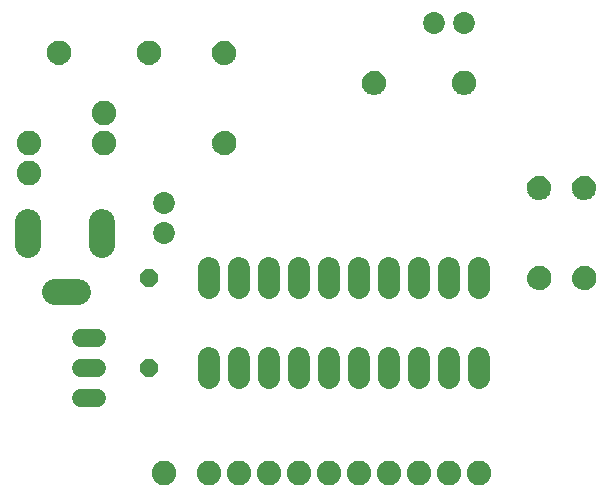
<source format=gbs>
G75*
G70*
%OFA0B0*%
%FSLAX24Y24*%
%IPPOS*%
%LPD*%
%AMOC8*
5,1,8,0,0,1.08239X$1,22.5*
%
%ADD10C,0.0740*%
%ADD11C,0.0395*%
%ADD12C,0.0820*%
%ADD13OC8,0.0600*%
%ADD14C,0.0730*%
%ADD15C,0.0050*%
%ADD16C,0.0867*%
%ADD17C,0.0600*%
D10*
X009500Y007860D02*
X009500Y008520D01*
X010500Y008520D02*
X010500Y007860D01*
X011500Y007860D02*
X011500Y008520D01*
X012500Y008520D02*
X012500Y007860D01*
X013500Y007860D02*
X013500Y008520D01*
X014500Y008520D02*
X014500Y007860D01*
X015500Y007860D02*
X015500Y008520D01*
X016500Y008520D02*
X016500Y007860D01*
X017500Y007860D02*
X017500Y008520D01*
X018500Y008520D02*
X018500Y007860D01*
X018500Y010860D02*
X018500Y011520D01*
X017500Y011520D02*
X017500Y010860D01*
X016500Y010860D02*
X016500Y011520D01*
X015500Y011520D02*
X015500Y010860D01*
X014500Y010860D02*
X014500Y011520D01*
X013500Y011520D02*
X013500Y010860D01*
X012500Y010860D02*
X012500Y011520D01*
X011500Y011520D02*
X011500Y010860D01*
X010500Y010860D02*
X010500Y011520D01*
X009500Y011520D02*
X009500Y010860D01*
D11*
X009500Y011190D03*
X010500Y011190D03*
X011500Y011190D03*
X012500Y011190D03*
X013500Y011190D03*
X014500Y011190D03*
X015500Y011190D03*
X016500Y011190D03*
X017500Y011190D03*
X018500Y011190D03*
X018500Y008190D03*
X017500Y008190D03*
X016500Y008190D03*
X015500Y008190D03*
X014500Y008190D03*
X013500Y008190D03*
X012500Y008190D03*
X011500Y008190D03*
X010500Y008190D03*
X009500Y008190D03*
D12*
X009500Y004690D03*
X010500Y004690D03*
X011500Y004690D03*
X012500Y004690D03*
X013500Y004690D03*
X014500Y004690D03*
X015500Y004690D03*
X016500Y004690D03*
X017500Y004690D03*
X018500Y004690D03*
X008000Y004690D03*
X003500Y014690D03*
X003500Y015690D03*
X006000Y015690D03*
X006000Y016690D03*
D13*
X007500Y011190D03*
X007500Y008190D03*
D14*
X008000Y012690D03*
X008000Y013690D03*
X017000Y019690D03*
X018000Y019690D03*
D15*
X017999Y018065D02*
X017927Y018059D01*
X017857Y018038D01*
X018142Y018038D01*
X018141Y018039D02*
X018206Y018005D01*
X018263Y017960D01*
X018310Y017904D01*
X018345Y017841D01*
X018367Y017771D01*
X018375Y017699D01*
X018370Y017633D01*
X018354Y017569D01*
X018326Y017509D01*
X018289Y017454D01*
X018243Y017407D01*
X018189Y017368D01*
X018130Y017339D01*
X018066Y017321D01*
X018000Y017315D01*
X017934Y017322D01*
X017871Y017340D01*
X017811Y017368D01*
X017757Y017407D01*
X017711Y017455D01*
X017674Y017509D01*
X017647Y017570D01*
X017631Y017634D01*
X017626Y017700D01*
X017634Y017772D01*
X017656Y017841D01*
X017690Y017904D01*
X017737Y017960D01*
X017793Y018005D01*
X017857Y018038D01*
X017774Y017990D02*
X018226Y017990D01*
X018279Y017941D02*
X017721Y017941D01*
X017684Y017893D02*
X018316Y017893D01*
X018343Y017844D02*
X017657Y017844D01*
X017641Y017796D02*
X018359Y017796D01*
X018370Y017747D02*
X017631Y017747D01*
X017626Y017699D02*
X018375Y017699D01*
X018371Y017650D02*
X017630Y017650D01*
X017639Y017602D02*
X018362Y017602D01*
X018346Y017553D02*
X017655Y017553D01*
X017677Y017505D02*
X018324Y017505D01*
X018291Y017456D02*
X017710Y017456D01*
X017757Y017408D02*
X018244Y017408D01*
X018170Y017359D02*
X017831Y017359D01*
X017999Y018065D02*
X018071Y018059D01*
X018141Y018039D01*
X015366Y017747D02*
X014628Y017747D01*
X014631Y017769D02*
X014623Y017697D01*
X014628Y017631D01*
X014644Y017567D01*
X014671Y017506D01*
X014708Y017452D01*
X014754Y017404D01*
X014808Y017366D01*
X014868Y017337D01*
X014931Y017319D01*
X014997Y017312D01*
X015063Y017318D01*
X015127Y017336D01*
X015186Y017365D01*
X015240Y017404D01*
X015286Y017451D01*
X015323Y017506D01*
X015351Y017566D01*
X015367Y017630D01*
X015372Y017696D01*
X015364Y017768D01*
X015342Y017838D01*
X015307Y017901D01*
X015260Y017957D01*
X015203Y018002D01*
X015138Y018036D01*
X015068Y018056D01*
X014996Y018062D01*
X014924Y018056D01*
X014854Y018035D01*
X014790Y018002D01*
X014734Y017957D01*
X014687Y017901D01*
X014653Y017838D01*
X014631Y017769D01*
X014639Y017796D02*
X015355Y017796D01*
X015338Y017844D02*
X014656Y017844D01*
X014683Y017893D02*
X015311Y017893D01*
X015273Y017941D02*
X014721Y017941D01*
X014775Y017990D02*
X015219Y017990D01*
X015130Y018038D02*
X014863Y018038D01*
X014623Y017699D02*
X015372Y017699D01*
X015369Y017650D02*
X014626Y017650D01*
X014635Y017602D02*
X015360Y017602D01*
X015345Y017553D02*
X014650Y017553D01*
X014672Y017505D02*
X015323Y017505D01*
X015290Y017456D02*
X014705Y017456D01*
X014751Y017408D02*
X015244Y017408D01*
X015174Y017359D02*
X014821Y017359D01*
X010367Y018620D02*
X009631Y018620D01*
X009631Y018617D02*
X009625Y018689D01*
X009631Y018761D01*
X009651Y018831D01*
X009685Y018896D01*
X009730Y018953D01*
X009786Y019000D01*
X009849Y019035D01*
X009919Y019057D01*
X009991Y019065D01*
X010057Y019060D01*
X010121Y019044D01*
X010181Y019016D01*
X010236Y018979D01*
X010283Y018933D01*
X010322Y018879D01*
X010351Y018819D01*
X010368Y018756D01*
X010375Y018690D01*
X010368Y018624D01*
X010350Y018560D01*
X010321Y018501D01*
X010283Y018447D01*
X010235Y018401D01*
X010181Y018364D01*
X010120Y018337D01*
X010056Y018321D01*
X009990Y018316D01*
X009918Y018324D01*
X009849Y018346D01*
X009786Y018380D01*
X009730Y018427D01*
X009685Y018483D01*
X009652Y018547D01*
X009631Y018617D01*
X009645Y018572D02*
X010353Y018572D01*
X010332Y018523D02*
X009664Y018523D01*
X009692Y018475D02*
X010302Y018475D01*
X010261Y018426D02*
X009731Y018426D01*
X009791Y018378D02*
X010200Y018378D01*
X010089Y018329D02*
X009901Y018329D01*
X009627Y018669D02*
X010373Y018669D01*
X010372Y018717D02*
X009627Y018717D01*
X009632Y018766D02*
X010366Y018766D01*
X010352Y018814D02*
X009646Y018814D01*
X009668Y018863D02*
X010330Y018863D01*
X010299Y018911D02*
X009697Y018911D01*
X009738Y018960D02*
X010256Y018960D01*
X010194Y019008D02*
X009801Y019008D01*
X009918Y019057D02*
X010070Y019057D01*
X007872Y018749D02*
X007877Y018683D01*
X007869Y018611D01*
X007847Y018542D01*
X007813Y018479D01*
X007766Y018423D01*
X007710Y018378D01*
X007646Y018344D01*
X007576Y018324D01*
X007504Y018318D01*
X007432Y018324D01*
X007362Y018344D01*
X007297Y018378D01*
X007240Y018423D01*
X007193Y018479D01*
X007158Y018542D01*
X007136Y018612D01*
X007128Y018684D01*
X007133Y018750D01*
X007149Y018814D01*
X007177Y018874D01*
X007214Y018929D01*
X007260Y018976D01*
X007314Y019015D01*
X007373Y019044D01*
X007437Y019061D01*
X007503Y019068D01*
X007569Y019061D01*
X007632Y019043D01*
X007692Y019014D01*
X007746Y018976D01*
X007792Y018928D01*
X007829Y018873D01*
X007856Y018813D01*
X007872Y018749D01*
X007868Y018766D02*
X007137Y018766D01*
X007131Y018717D02*
X007875Y018717D01*
X007875Y018669D02*
X007130Y018669D01*
X007135Y018620D02*
X007870Y018620D01*
X007857Y018572D02*
X007149Y018572D01*
X007169Y018523D02*
X007837Y018523D01*
X007809Y018475D02*
X007197Y018475D01*
X007238Y018426D02*
X007769Y018426D01*
X007709Y018378D02*
X007297Y018378D01*
X007414Y018329D02*
X007593Y018329D01*
X007856Y018814D02*
X007149Y018814D01*
X007171Y018863D02*
X007834Y018863D01*
X007803Y018911D02*
X007202Y018911D01*
X007244Y018960D02*
X007761Y018960D01*
X007701Y019008D02*
X007304Y019008D01*
X007420Y019057D02*
X007585Y019057D01*
X004869Y018746D02*
X004874Y018680D01*
X004866Y018608D01*
X004844Y018539D01*
X004810Y018476D01*
X004763Y018420D01*
X004707Y018375D01*
X004643Y018341D01*
X004573Y018321D01*
X004501Y018315D01*
X004429Y018321D01*
X004359Y018341D01*
X004294Y018375D01*
X004237Y018420D01*
X004190Y018476D01*
X004155Y018539D01*
X004133Y018609D01*
X004125Y018681D01*
X004130Y018747D01*
X004146Y018811D01*
X004174Y018871D01*
X004211Y018926D01*
X004257Y018973D01*
X004311Y019012D01*
X004370Y019041D01*
X004434Y019058D01*
X004500Y019065D01*
X004566Y019058D01*
X004629Y019040D01*
X004689Y019011D01*
X004743Y018973D01*
X004789Y018925D01*
X004826Y018870D01*
X004853Y018810D01*
X004869Y018746D01*
X004864Y018766D02*
X004135Y018766D01*
X004128Y018717D02*
X004871Y018717D01*
X004873Y018669D02*
X004126Y018669D01*
X004132Y018620D02*
X004867Y018620D01*
X004855Y018572D02*
X004145Y018572D01*
X004164Y018523D02*
X004836Y018523D01*
X004809Y018475D02*
X004191Y018475D01*
X004232Y018426D02*
X004768Y018426D01*
X004710Y018378D02*
X004291Y018378D01*
X004401Y018329D02*
X004600Y018329D01*
X004851Y018814D02*
X004148Y018814D01*
X004170Y018863D02*
X004829Y018863D01*
X004798Y018911D02*
X004201Y018911D01*
X004244Y018960D02*
X004755Y018960D01*
X004694Y019008D02*
X004305Y019008D01*
X004427Y019057D02*
X004572Y019057D01*
X009688Y015893D02*
X009733Y015950D01*
X009789Y015997D01*
X009852Y016032D01*
X009922Y016054D01*
X009994Y016062D01*
X010060Y016057D01*
X010124Y016041D01*
X010184Y016013D01*
X010239Y015976D01*
X010286Y015930D01*
X010325Y015876D01*
X010354Y015816D01*
X010371Y015753D01*
X010378Y015687D01*
X010371Y015621D01*
X010353Y015557D01*
X010324Y015498D01*
X010286Y015444D01*
X010238Y015398D01*
X010183Y015361D01*
X010123Y015334D01*
X010059Y015318D01*
X009993Y015313D01*
X009921Y015321D01*
X009852Y015343D01*
X009789Y015377D01*
X009733Y015424D01*
X009688Y015480D01*
X009655Y015544D01*
X009634Y015614D01*
X009628Y015686D01*
X009634Y015758D01*
X009654Y015828D01*
X009688Y015893D01*
X009697Y015904D02*
X010305Y015904D01*
X010335Y015856D02*
X009668Y015856D01*
X009648Y015807D02*
X010356Y015807D01*
X010370Y015759D02*
X009634Y015759D01*
X009630Y015710D02*
X010376Y015710D01*
X010375Y015662D02*
X009630Y015662D01*
X009635Y015613D02*
X010369Y015613D01*
X010355Y015565D02*
X009649Y015565D01*
X009669Y015516D02*
X010333Y015516D01*
X010302Y015468D02*
X009698Y015468D01*
X009739Y015419D02*
X010260Y015419D01*
X010197Y015371D02*
X009801Y015371D01*
X009917Y015322D02*
X010076Y015322D01*
X010263Y015953D02*
X009736Y015953D01*
X009797Y016001D02*
X010202Y016001D01*
X010089Y016050D02*
X009908Y016050D01*
X020131Y014261D02*
X020125Y014189D01*
X020131Y014117D01*
X020152Y014047D01*
X020185Y013983D01*
X020230Y013927D01*
X020286Y013880D01*
X020349Y013846D01*
X020418Y013824D01*
X020490Y013816D01*
X020556Y013821D01*
X020620Y013837D01*
X020681Y013864D01*
X020735Y013901D01*
X020783Y013947D01*
X020821Y014001D01*
X020850Y014060D01*
X020868Y014124D01*
X020875Y014190D01*
X020868Y014256D01*
X020851Y014319D01*
X020822Y014379D01*
X020783Y014433D01*
X020736Y014479D01*
X020681Y014516D01*
X020621Y014544D01*
X020557Y014560D01*
X020491Y014565D01*
X020419Y014557D01*
X020349Y014535D01*
X020286Y014500D01*
X020230Y014453D01*
X020185Y014396D01*
X020151Y014331D01*
X020131Y014261D01*
X020131Y014255D02*
X020869Y014255D01*
X020873Y014207D02*
X020126Y014207D01*
X020128Y014158D02*
X020872Y014158D01*
X020864Y014110D02*
X020133Y014110D01*
X020148Y014061D02*
X020850Y014061D01*
X020827Y014013D02*
X020170Y014013D01*
X020200Y013964D02*
X020795Y013964D01*
X020750Y013916D02*
X020244Y013916D01*
X020310Y013867D02*
X020685Y013867D01*
X020525Y013819D02*
X020466Y013819D01*
X020143Y014304D02*
X020855Y014304D01*
X020835Y014352D02*
X020162Y014352D01*
X020188Y014401D02*
X020807Y014401D01*
X020767Y014449D02*
X020227Y014449D01*
X020283Y014498D02*
X020709Y014498D01*
X020612Y014546D02*
X020385Y014546D01*
X021631Y014261D02*
X021625Y014189D01*
X021631Y014117D01*
X021652Y014047D01*
X021685Y013983D01*
X021730Y013927D01*
X021786Y013880D01*
X021849Y013846D01*
X021918Y013824D01*
X021990Y013816D01*
X022056Y013821D01*
X022120Y013837D01*
X022181Y013864D01*
X022235Y013901D01*
X022283Y013947D01*
X022321Y014001D01*
X022350Y014060D01*
X022368Y014124D01*
X022375Y014190D01*
X022368Y014256D01*
X022351Y014319D01*
X022322Y014379D01*
X022283Y014433D01*
X022236Y014479D01*
X022181Y014516D01*
X022121Y014544D01*
X022057Y014560D01*
X021991Y014565D01*
X021919Y014557D01*
X021849Y014535D01*
X021786Y014500D01*
X021730Y014453D01*
X021685Y014396D01*
X021651Y014331D01*
X021631Y014261D01*
X021631Y014255D02*
X022369Y014255D01*
X022373Y014207D02*
X021626Y014207D01*
X021628Y014158D02*
X022372Y014158D01*
X022364Y014110D02*
X021633Y014110D01*
X021648Y014061D02*
X022350Y014061D01*
X022327Y014013D02*
X021670Y014013D01*
X021700Y013964D02*
X022295Y013964D01*
X022250Y013916D02*
X021744Y013916D01*
X021810Y013867D02*
X022185Y013867D01*
X022025Y013819D02*
X021966Y013819D01*
X021643Y014304D02*
X022355Y014304D01*
X022335Y014352D02*
X021662Y014352D01*
X021688Y014401D02*
X022307Y014401D01*
X022267Y014449D02*
X021727Y014449D01*
X021783Y014498D02*
X022209Y014498D01*
X022112Y014546D02*
X021885Y014546D01*
X021994Y011562D02*
X022060Y011557D01*
X022124Y011541D01*
X022184Y011513D01*
X022239Y011476D01*
X022286Y011430D01*
X022325Y011376D01*
X022354Y011316D01*
X022371Y011253D01*
X022378Y011187D01*
X022371Y011121D01*
X022353Y011057D01*
X022324Y010998D01*
X022286Y010944D01*
X022238Y010898D01*
X022183Y010861D01*
X022123Y010834D01*
X022059Y010818D01*
X021993Y010813D01*
X021921Y010821D01*
X021852Y010843D01*
X021789Y010877D01*
X021733Y010924D01*
X021688Y010980D01*
X021655Y011044D01*
X021634Y011114D01*
X021628Y011186D01*
X021634Y011258D01*
X021654Y011328D01*
X021688Y011393D01*
X021733Y011450D01*
X021789Y011497D01*
X021852Y011532D01*
X021922Y011554D01*
X021994Y011562D01*
X021875Y011539D02*
X022128Y011539D01*
X022218Y011490D02*
X021781Y011490D01*
X021727Y011442D02*
X022274Y011442D01*
X022312Y011393D02*
X021688Y011393D01*
X021663Y011345D02*
X022340Y011345D01*
X022359Y011296D02*
X021645Y011296D01*
X021633Y011248D02*
X022372Y011248D01*
X022377Y011199D02*
X021629Y011199D01*
X021631Y011151D02*
X022374Y011151D01*
X022366Y011102D02*
X021638Y011102D01*
X021652Y011054D02*
X022352Y011054D01*
X022328Y011005D02*
X021675Y011005D01*
X021707Y010957D02*
X022295Y010957D01*
X022249Y010908D02*
X021751Y010908D01*
X021820Y010860D02*
X022181Y010860D01*
X020871Y011121D02*
X020853Y011057D01*
X020824Y010998D01*
X020786Y010944D01*
X020738Y010898D01*
X020683Y010861D01*
X020623Y010834D01*
X020559Y010818D01*
X020493Y010813D01*
X020421Y010821D01*
X020352Y010843D01*
X020289Y010877D01*
X020233Y010924D01*
X020188Y010980D01*
X020155Y011044D01*
X020134Y011114D01*
X020128Y011186D01*
X020134Y011258D01*
X020154Y011328D01*
X020188Y011393D01*
X020233Y011450D01*
X020289Y011497D01*
X020352Y011532D01*
X020422Y011554D01*
X020494Y011562D01*
X020560Y011557D01*
X020624Y011541D01*
X020684Y011513D01*
X020739Y011476D01*
X020786Y011430D01*
X020825Y011376D01*
X020854Y011316D01*
X020871Y011253D01*
X020878Y011187D01*
X020871Y011121D01*
X020866Y011102D02*
X020138Y011102D01*
X020131Y011151D02*
X020874Y011151D01*
X020877Y011199D02*
X020129Y011199D01*
X020133Y011248D02*
X020872Y011248D01*
X020859Y011296D02*
X020145Y011296D01*
X020163Y011345D02*
X020840Y011345D01*
X020812Y011393D02*
X020188Y011393D01*
X020227Y011442D02*
X020774Y011442D01*
X020718Y011490D02*
X020281Y011490D01*
X020375Y011539D02*
X020628Y011539D01*
X020852Y011054D02*
X020152Y011054D01*
X020175Y011005D02*
X020828Y011005D01*
X020795Y010957D02*
X020207Y010957D01*
X020251Y010908D02*
X020749Y010908D01*
X020681Y010860D02*
X020320Y010860D01*
D16*
X005933Y012280D02*
X005933Y013068D01*
X005146Y010706D02*
X004358Y010706D01*
X003453Y012280D02*
X003453Y013068D01*
D17*
X005240Y007190D02*
X005760Y007190D01*
X005760Y008190D02*
X005240Y008190D01*
X005240Y009190D02*
X005760Y009190D01*
M02*

</source>
